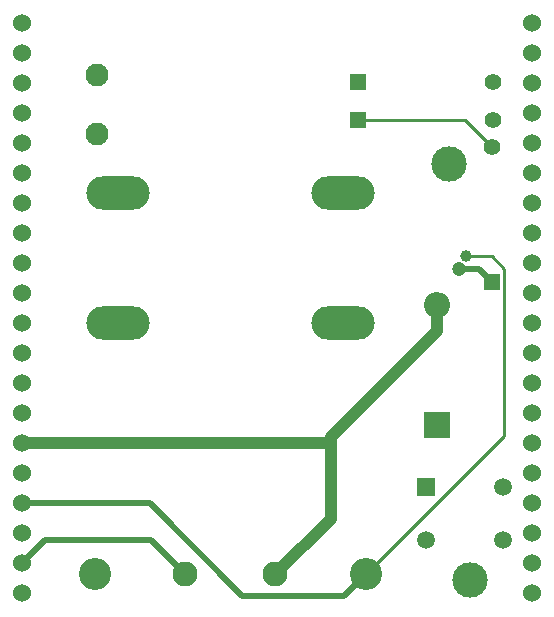
<source format=gbr>
%TF.GenerationSoftware,KiCad,Pcbnew,8.0.8*%
%TF.CreationDate,2025-02-03T20:55:19-05:00*%
%TF.ProjectId,IMD Latching Module V2.0,494d4420-4c61-4746-9368-696e67204d6f,rev?*%
%TF.SameCoordinates,Original*%
%TF.FileFunction,Copper,L2,Bot*%
%TF.FilePolarity,Positive*%
%FSLAX46Y46*%
G04 Gerber Fmt 4.6, Leading zero omitted, Abs format (unit mm)*
G04 Created by KiCad (PCBNEW 8.0.8) date 2025-02-03 20:55:19*
%MOMM*%
%LPD*%
G01*
G04 APERTURE LIST*
%TA.AperFunction,ComponentPad*%
%ADD10C,3.000000*%
%TD*%
%TA.AperFunction,ComponentPad*%
%ADD11C,1.524000*%
%TD*%
%TA.AperFunction,ComponentPad*%
%ADD12R,1.498600X1.498600*%
%TD*%
%TA.AperFunction,ComponentPad*%
%ADD13C,1.498600*%
%TD*%
%TA.AperFunction,ComponentPad*%
%ADD14O,5.350000X2.850000*%
%TD*%
%TA.AperFunction,ComponentPad*%
%ADD15C,2.717800*%
%TD*%
%TA.AperFunction,ComponentPad*%
%ADD16C,2.108200*%
%TD*%
%TA.AperFunction,ComponentPad*%
%ADD17R,1.397000X1.397000*%
%TD*%
%TA.AperFunction,ComponentPad*%
%ADD18C,1.397000*%
%TD*%
%TA.AperFunction,ComponentPad*%
%ADD19C,1.950000*%
%TD*%
%TA.AperFunction,ComponentPad*%
%ADD20R,2.200000X2.200000*%
%TD*%
%TA.AperFunction,ComponentPad*%
%ADD21O,2.200000X2.200000*%
%TD*%
%TA.AperFunction,ViaPad*%
%ADD22C,1.000000*%
%TD*%
%TA.AperFunction,ViaPad*%
%ADD23C,1.200000*%
%TD*%
%TA.AperFunction,Conductor*%
%ADD24C,1.000000*%
%TD*%
%TA.AperFunction,Conductor*%
%ADD25C,0.250000*%
%TD*%
%TA.AperFunction,Conductor*%
%ADD26C,0.500000*%
%TD*%
G04 APERTURE END LIST*
D10*
%TO.P,TP2,1,1*%
%TO.N,Net-(J3-Pad7)*%
X86900000Y-62700000D03*
%TD*%
D11*
%TO.P,J3,1,1*%
%TO.N,Net-(J3-Pad1)*%
X50800000Y-99060000D03*
%TO.P,J3,2,2*%
%TO.N,Net-(D1-K)*%
X50800000Y-96520000D03*
%TO.P,J3,3,3*%
%TO.N,/Vs*%
X50800000Y-93980000D03*
%TO.P,J3,4,4*%
%TO.N,Net-(D4-A)*%
X50800000Y-91440000D03*
%TO.P,J3,5,5*%
%TO.N,Net-(J3-Pad1)*%
X50800000Y-88900000D03*
%TO.P,J3,6,6*%
%TO.N,/GND*%
X50800000Y-86360000D03*
%TO.P,J3,7,7*%
%TO.N,Net-(J3-Pad7)*%
X50800000Y-83820000D03*
%TO.P,J3,8,8*%
%TO.N,unconnected-(J3-Pad8)*%
X50800000Y-81280000D03*
%TO.P,J3,9,9*%
%TO.N,unconnected-(J3-Pad9)*%
X50800000Y-78740000D03*
%TO.P,J3,10,10*%
%TO.N,unconnected-(J3-Pad10)*%
X50800000Y-76200000D03*
%TO.P,J3,11,11*%
%TO.N,unconnected-(J3-Pad11)*%
X50800000Y-73660000D03*
%TO.P,J3,12,12*%
%TO.N,unconnected-(J3-Pad12)*%
X50800000Y-71120000D03*
%TO.P,J3,13,13*%
%TO.N,unconnected-(J3-Pad13)*%
X50800000Y-68580000D03*
%TO.P,J3,14,14*%
%TO.N,unconnected-(J3-Pad14)*%
X50800000Y-66040000D03*
%TO.P,J3,15,15*%
%TO.N,unconnected-(J3-Pad15)*%
X50800000Y-63500000D03*
%TO.P,J3,16,16*%
%TO.N,unconnected-(J3-Pad16)*%
X50800000Y-60960000D03*
%TO.P,J3,17,17*%
%TO.N,unconnected-(J3-Pad17)*%
X50800000Y-58420000D03*
%TO.P,J3,18,18*%
%TO.N,unconnected-(J3-Pad18)*%
X50800000Y-55880000D03*
%TO.P,J3,19,19*%
%TO.N,unconnected-(J3-Pad19)*%
X50800000Y-53340000D03*
%TO.P,J3,20,20*%
%TO.N,unconnected-(J3-Pad20)*%
X50800000Y-50800000D03*
%TD*%
D12*
%TO.P,IMD RESET,1,1*%
%TO.N,Net-(D1-K)*%
X85019999Y-90070000D03*
D13*
%TO.P,IMD RESET,2,2*%
%TO.N,N/C*%
X91520000Y-90070000D03*
%TO.P,IMD RESET,3*%
X85019999Y-94570001D03*
%TO.P,IMD RESET,4*%
%TO.N,Net-(J3-Pad1)*%
X91520000Y-94570001D03*
%TD*%
D14*
%TO.P,K1,1,1*%
%TO.N,Net-(J4-Pad2)*%
X58920000Y-65159999D03*
%TO.P,K1,2,2*%
%TO.N,Net-(J3-Pad1)*%
X58920000Y-76160000D03*
D15*
%TO.P,K1,3,3*%
%TO.N,/Vs*%
X56970000Y-97460000D03*
D16*
%TO.P,K1,4,4*%
%TO.N,Net-(D1-K)*%
X64620000Y-97460000D03*
%TO.P,K1,5,5*%
%TO.N,/GND*%
X72220000Y-97460000D03*
D15*
%TO.P,K1,6,6*%
%TO.N,Net-(D4-A)*%
X79870000Y-97460000D03*
D14*
%TO.P,K1,7,7*%
%TO.N,Net-(D1-K)*%
X77919998Y-76160000D03*
%TO.P,K1,8,8*%
%TO.N,Net-(J3-Pad7)*%
X77919998Y-65159999D03*
%TD*%
D17*
%TO.P,R2,1*%
%TO.N,/GND*%
X79200000Y-59000000D03*
D18*
%TO.P,R2,2*%
%TO.N,Net-(D4-K)*%
X90630000Y-59000000D03*
%TD*%
D19*
%TO.P,J4,1*%
%TO.N,unconnected-(J4-Pad1)*%
X57130000Y-55150000D03*
%TO.P,J4,2*%
%TO.N,Net-(J4-Pad2)*%
X57130000Y-60150000D03*
%TD*%
D10*
%TO.P,TP1,1,1*%
%TO.N,Net-(J3-Pad1)*%
X88720000Y-97970000D03*
%TD*%
D17*
%TO.P,R1,1*%
%TO.N,/GND*%
X79200000Y-55800000D03*
D18*
%TO.P,R1,2*%
%TO.N,Net-(D4-K)*%
X90630000Y-55800000D03*
%TD*%
D11*
%TO.P,J2,1,1*%
%TO.N,N/C*%
X94000000Y-99060000D03*
%TO.P,J2,2,2*%
X94000000Y-96520000D03*
%TO.P,J2,3,3*%
X94000000Y-93980000D03*
%TO.P,J2,4,4*%
X94000000Y-91440000D03*
%TO.P,J2,5,5*%
X94000000Y-88900000D03*
%TO.P,J2,6,6*%
X94000000Y-86360000D03*
%TO.P,J2,7,7*%
X94000000Y-83820000D03*
%TO.P,J2,8,8*%
X94000000Y-81280000D03*
%TO.P,J2,9,9*%
X94000000Y-78740000D03*
%TO.P,J2,10,10*%
X94000000Y-76200000D03*
%TO.P,J2,11,11*%
X94000000Y-73660000D03*
%TO.P,J2,12,12*%
X94000000Y-71120000D03*
%TO.P,J2,13,13*%
X94000000Y-68580000D03*
%TO.P,J2,14,14*%
X94000000Y-66040000D03*
%TO.P,J2,15,15*%
X94000000Y-63500000D03*
%TO.P,J2,16,16*%
X94000000Y-60960000D03*
%TO.P,J2,17,17*%
X94000000Y-58420000D03*
%TO.P,J2,18,18*%
X94000000Y-55880000D03*
%TO.P,J2,19,19*%
X94000000Y-53340000D03*
%TO.P,J2,20,20*%
X94000000Y-50800000D03*
%TD*%
D20*
%TO.P,D3,1,K*%
%TO.N,Net-(D1-K)*%
X85920000Y-84790000D03*
D21*
%TO.P,D3,2,A*%
%TO.N,/GND*%
X85920000Y-74630000D03*
%TD*%
D17*
%TO.P,R3,1*%
%TO.N,Net-(J3-Pad1)*%
X90600000Y-72730000D03*
D18*
%TO.P,R3,2*%
%TO.N,/GND*%
X90600000Y-61300000D03*
%TD*%
D22*
%TO.N,Net-(D4-A)*%
X88400000Y-70500000D03*
D23*
%TO.N,Net-(J3-Pad1)*%
X87800000Y-71600000D03*
%TD*%
D24*
%TO.N,/GND*%
X85920000Y-76870000D02*
X85920000Y-74630000D01*
D25*
X88300000Y-59000000D02*
X79200000Y-59000000D01*
D24*
X76940000Y-86360000D02*
X76940000Y-85850000D01*
D25*
X90600000Y-61300000D02*
X88300000Y-59000000D01*
D24*
X76940000Y-86360000D02*
X76940000Y-92740000D01*
X76940000Y-92740000D02*
X72220000Y-97460000D01*
X76940000Y-85850000D02*
X85920000Y-76870000D01*
X76940000Y-86360000D02*
X50800000Y-86360000D01*
D26*
%TO.N,Net-(D1-K)*%
X61730000Y-94570000D02*
X52750000Y-94570000D01*
X64620000Y-97460000D02*
X61730000Y-94570000D01*
X52750000Y-94570000D02*
X50800000Y-96520000D01*
D25*
%TO.N,Net-(D4-A)*%
X91620000Y-85710000D02*
X79870000Y-97460000D01*
X90550000Y-70500000D02*
X88400000Y-70500000D01*
X79870000Y-97460000D02*
X79870000Y-96440000D01*
X91620000Y-71570000D02*
X91620000Y-85710000D01*
D26*
X50800000Y-91440000D02*
X61590000Y-91440000D01*
D25*
X91620000Y-71570000D02*
X90550000Y-70500000D01*
D26*
X78060000Y-99270000D02*
X79870000Y-97460000D01*
X61590000Y-91440000D02*
X69420000Y-99270000D01*
X69420000Y-99270000D02*
X78060000Y-99270000D01*
%TO.N,Net-(J3-Pad1)*%
X89470000Y-71600000D02*
X90600000Y-72730000D01*
X87800000Y-71600000D02*
X89470000Y-71600000D01*
%TD*%
M02*

</source>
